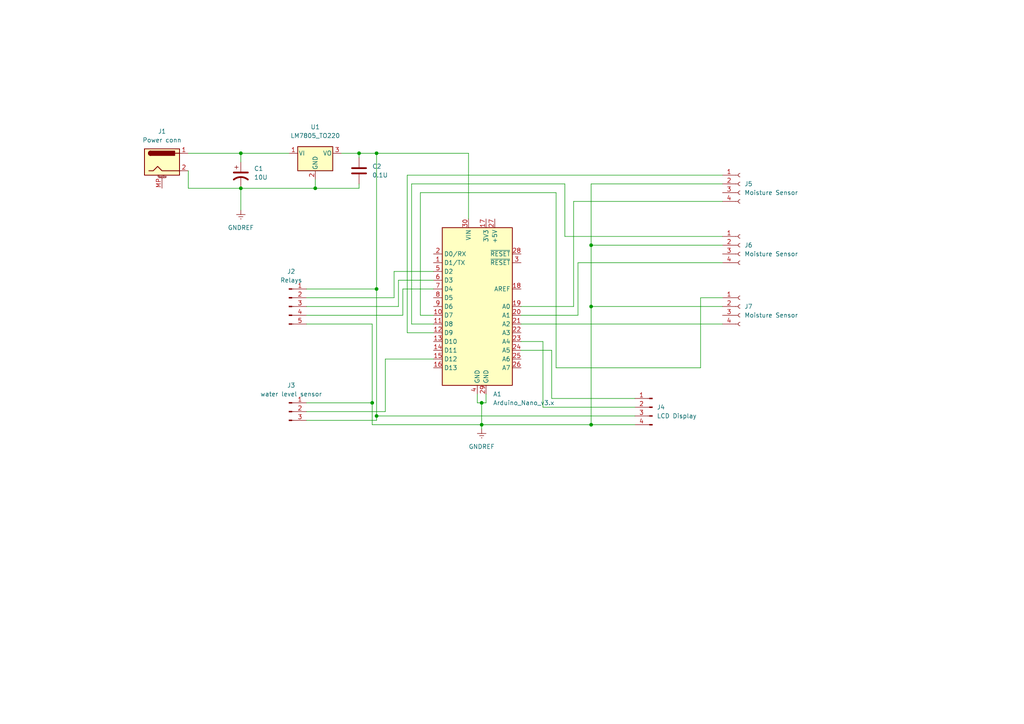
<source format=kicad_sch>
(kicad_sch (version 20211123) (generator eeschema)
  (paper "A4")
  (lib_symbols
    (symbol "Connector:Barrel_Jack_MountingPin" (pin_names hide)
      (property "Reference" "J" (at 0 5.334 0))
      (property "Value" "Barrel_Jack_MountingPin" (at 1.27 -6.35 0))
      (symbol "Barrel_Jack_MountingPin_0_1"
        (rectangle (start -5.08 3.81) (end 5.08 -3.81) (stroke (width 0.254)) (fill (type background)))
        (arc (start -3.302 3.175) (mid -3.937 2.54) (end -3.302 1.905) (stroke (width 0.254)))
        (arc (start -3.302 3.175) (mid -3.937 2.54) (end -3.302 1.905) (stroke (width 0.254)) (fill (type outline)))
        (polyline (pts (xy 5.08 2.54) (xy 3.81 2.54)) (stroke (width 0.254)))
        (polyline (pts (xy -3.81 -2.54) (xy -2.54 -2.54) (xy -1.27 -1.27) (xy 0 -2.54) (xy 2.54 -2.54) (xy 5.08 -2.54)) (stroke (width 0.254)))
        (rectangle (start 3.683 3.175) (end -3.302 1.905) (stroke (width 0.254)) (fill (type outline)))
      )
      (symbol "Barrel_Jack_MountingPin_1_1"
        (polyline (pts (xy -1.016 -4.572) (xy 1.016 -4.572)) (stroke (width 0.1524)))
        (text "Mounting" (at 0 -4.191 0) (effects (font (size 0.381 0.381))))
        (pin passive line (at 7.62 2.54 180) (length 2.54) (name "~") (number "1"))
        (pin passive line (at 7.62 -2.54 180) (length 2.54) (name "~") (number "2"))
        (pin passive line (at 0 -7.62 90) (length 3.048) (name "MountPin") (number "MP"))
      )
    )
    (symbol "Connector:Conn_01x03_Male" (pin_names (offset 1.016) hide)
      (property "Reference" "J" (at 0 5.08 0))
      (property "Value" "Conn_01x03_Male" (at 0 -5.08 0))
      (symbol "Conn_01x03_Male_1_1"
        (polyline (pts (xy 1.27 -2.54) (xy 0.8636 -2.54)) (stroke (width 0.1524)))
        (polyline (pts (xy 1.27 0) (xy 0.8636 0)) (stroke (width 0.1524)))
        (polyline (pts (xy 1.27 2.54) (xy 0.8636 2.54)) (stroke (width 0.1524)))
        (rectangle (start 0.8636 -2.413) (end 0 -2.667) (stroke (width 0.1524)) (fill (type outline)))
        (rectangle (start 0.8636 0.127) (end 0 -0.127) (stroke (width 0.1524)) (fill (type outline)))
        (rectangle (start 0.8636 2.667) (end 0 2.413) (stroke (width 0.1524)) (fill (type outline)))
        (pin passive line (at 5.08 2.54 180) (length 3.81) (name "Pin_1") (number "1"))
        (pin passive line (at 5.08 0 180) (length 3.81) (name "Pin_2") (number "2"))
        (pin passive line (at 5.08 -2.54 180) (length 3.81) (name "Pin_3") (number "3"))
      )
    )
    (symbol "Connector:Conn_01x04_Female" (pin_names (offset 1.016) hide)
      (property "Reference" "J" (at 0 5.08 0))
      (property "Value" "Conn_01x04_Female" (at 0 -7.62 0))
      (symbol "Conn_01x04_Female_1_1"
        (arc (start 0 -4.572) (mid -0.508 -5.08) (end 0 -5.588) (stroke (width 0.1524)))
        (arc (start 0 -2.032) (mid -0.508 -2.54) (end 0 -3.048) (stroke (width 0.1524)))
        (polyline (pts (xy -1.27 -5.08) (xy -0.508 -5.08)) (stroke (width 0.1524)))
        (polyline (pts (xy -1.27 -2.54) (xy -0.508 -2.54)) (stroke (width 0.1524)))
        (polyline (pts (xy -1.27 0) (xy -0.508 0)) (stroke (width 0.1524)))
        (polyline (pts (xy -1.27 2.54) (xy -0.508 2.54)) (stroke (width 0.1524)))
        (arc (start 0 0.508) (mid -0.508 0) (end 0 -0.508) (stroke (width 0.1524)))
        (arc (start 0 3.048) (mid -0.508 2.54) (end 0 2.032) (stroke (width 0.1524)))
        (pin passive line (at -5.08 2.54 0) (length 3.81) (name "Pin_1") (number "1"))
        (pin passive line (at -5.08 0 0) (length 3.81) (name "Pin_2") (number "2"))
        (pin passive line (at -5.08 -2.54 0) (length 3.81) (name "Pin_3") (number "3"))
        (pin passive line (at -5.08 -5.08 0) (length 3.81) (name "Pin_4") (number "4"))
      )
    )
    (symbol "Connector:Conn_01x04_Male" (pin_names (offset 1.016) hide)
      (property "Reference" "J" (at 0 5.08 0))
      (property "Value" "Conn_01x04_Male" (at 0 -7.62 0))
      (symbol "Conn_01x04_Male_1_1"
        (polyline (pts (xy 1.27 -5.08) (xy 0.8636 -5.08)) (stroke (width 0.1524)))
        (polyline (pts (xy 1.27 -2.54) (xy 0.8636 -2.54)) (stroke (width 0.1524)))
        (polyline (pts (xy 1.27 0) (xy 0.8636 0)) (stroke (width 0.1524)))
        (polyline (pts (xy 1.27 2.54) (xy 0.8636 2.54)) (stroke (width 0.1524)))
        (rectangle (start 0.8636 -4.953) (end 0 -5.207) (stroke (width 0.1524)) (fill (type outline)))
        (rectangle (start 0.8636 -2.413) (end 0 -2.667) (stroke (width 0.1524)) (fill (type outline)))
        (rectangle (start 0.8636 0.127) (end 0 -0.127) (stroke (width 0.1524)) (fill (type outline)))
        (rectangle (start 0.8636 2.667) (end 0 2.413) (stroke (width 0.1524)) (fill (type outline)))
        (pin passive line (at 5.08 2.54 180) (length 3.81) (name "Pin_1") (number "1"))
        (pin passive line (at 5.08 0 180) (length 3.81) (name "Pin_2") (number "2"))
        (pin passive line (at 5.08 -2.54 180) (length 3.81) (name "Pin_3") (number "3"))
        (pin passive line (at 5.08 -5.08 180) (length 3.81) (name "Pin_4") (number "4"))
      )
    )
    (symbol "Connector:Conn_01x05_Male" (pin_names (offset 1.016) hide)
      (property "Reference" "J" (at 0 7.62 0))
      (property "Value" "Conn_01x05_Male" (at 0 -7.62 0))
      (symbol "Conn_01x05_Male_1_1"
        (polyline (pts (xy 1.27 -5.08) (xy 0.8636 -5.08)) (stroke (width 0.1524)))
        (polyline (pts (xy 1.27 -2.54) (xy 0.8636 -2.54)) (stroke (width 0.1524)))
        (polyline (pts (xy 1.27 0) (xy 0.8636 0)) (stroke (width 0.1524)))
        (polyline (pts (xy 1.27 2.54) (xy 0.8636 2.54)) (stroke (width 0.1524)))
        (polyline (pts (xy 1.27 5.08) (xy 0.8636 5.08)) (stroke (width 0.1524)))
        (rectangle (start 0.8636 -4.953) (end 0 -5.207) (stroke (width 0.1524)) (fill (type outline)))
        (rectangle (start 0.8636 -2.413) (end 0 -2.667) (stroke (width 0.1524)) (fill (type outline)))
        (rectangle (start 0.8636 0.127) (end 0 -0.127) (stroke (width 0.1524)) (fill (type outline)))
        (rectangle (start 0.8636 2.667) (end 0 2.413) (stroke (width 0.1524)) (fill (type outline)))
        (rectangle (start 0.8636 5.207) (end 0 4.953) (stroke (width 0.1524)) (fill (type outline)))
        (pin passive line (at 5.08 5.08 180) (length 3.81) (name "Pin_1") (number "1"))
        (pin passive line (at 5.08 2.54 180) (length 3.81) (name "Pin_2") (number "2"))
        (pin passive line (at 5.08 0 180) (length 3.81) (name "Pin_3") (number "3"))
        (pin passive line (at 5.08 -2.54 180) (length 3.81) (name "Pin_4") (number "4"))
        (pin passive line (at 5.08 -5.08 180) (length 3.81) (name "Pin_5") (number "5"))
      )
    )
    (symbol "Device:C" (pin_numbers hide) (pin_names (offset 0.254))
      (property "Reference" "C" (at 0.635 2.54 0))
      (property "Value" "C" (at 0.635 -2.54 0))
      (symbol "C_0_1"
        (polyline (pts (xy -2.032 -0.762) (xy 2.032 -0.762)) (stroke (width 0.508)))
        (polyline (pts (xy -2.032 0.762) (xy 2.032 0.762)) (stroke (width 0.508)))
      )
      (symbol "C_1_1"
        (pin passive line (at 0 3.81 270) (length 2.794) (name "~") (number "1"))
        (pin passive line (at 0 -3.81 90) (length 2.794) (name "~") (number "2"))
      )
    )
    (symbol "Device:C_Polarized_US" (pin_numbers hide) (pin_names (offset 0.254) hide)
      (property "Reference" "C" (at 0.635 2.54 0))
      (property "Value" "C_Polarized_US" (at 0.635 -2.54 0))
      (symbol "C_Polarized_US_0_1"
        (polyline (pts (xy -2.032 0.762) (xy 2.032 0.762)) (stroke (width 0.508)))
        (polyline (pts (xy -1.778 2.286) (xy -0.762 2.286)))
        (polyline (pts (xy -1.27 1.778) (xy -1.27 2.794)))
        (arc (start 2.032 -1.27) (mid 0 -0.5572) (end -2.032 -1.27) (stroke (width 0.508)))
      )
      (symbol "C_Polarized_US_1_1"
        (pin passive line (at 0 3.81 270) (length 2.794) (name "~") (number "1"))
        (pin passive line (at 0 -3.81 90) (length 3.302) (name "~") (number "2"))
      )
    )
    (symbol "MCU_Module:Arduino_Nano_v3.x"
      (property "Reference" "A" (at -10.16 23.495 0))
      (property "Value" "Arduino_Nano_v3.x" (at 5.08 -24.13 0))
      (symbol "Arduino_Nano_v3.x_0_1"
        (rectangle (start -10.16 22.86) (end 10.16 -22.86) (stroke (width 0.254)) (fill (type background)))
      )
      (symbol "Arduino_Nano_v3.x_1_1"
        (pin bidirectional line (at -12.7 12.7 0) (length 2.54) (name "D1/TX") (number "1"))
        (pin bidirectional line (at -12.7 -2.54 0) (length 2.54) (name "D7") (number "10"))
        (pin bidirectional line (at -12.7 -5.08 0) (length 2.54) (name "D8") (number "11"))
        (pin bidirectional line (at -12.7 -7.62 0) (length 2.54) (name "D9") (number "12"))
        (pin bidirectional line (at -12.7 -10.16 0) (length 2.54) (name "D10") (number "13"))
        (pin bidirectional line (at -12.7 -12.7 0) (length 2.54) (name "D11") (number "14"))
        (pin bidirectional line (at -12.7 -15.24 0) (length 2.54) (name "D12") (number "15"))
        (pin bidirectional line (at -12.7 -17.78 0) (length 2.54) (name "D13") (number "16"))
        (pin power_out line (at 2.54 25.4 270) (length 2.54) (name "3V3") (number "17"))
        (pin input line (at 12.7 5.08 180) (length 2.54) (name "AREF") (number "18"))
        (pin bidirectional line (at 12.7 0 180) (length 2.54) (name "A0") (number "19"))
        (pin bidirectional line (at -12.7 15.24 0) (length 2.54) (name "D0/RX") (number "2"))
        (pin bidirectional line (at 12.7 -2.54 180) (length 2.54) (name "A1") (number "20"))
        (pin bidirectional line (at 12.7 -5.08 180) (length 2.54) (name "A2") (number "21"))
        (pin bidirectional line (at 12.7 -7.62 180) (length 2.54) (name "A3") (number "22"))
        (pin bidirectional line (at 12.7 -10.16 180) (length 2.54) (name "A4") (number "23"))
        (pin bidirectional line (at 12.7 -12.7 180) (length 2.54) (name "A5") (number "24"))
        (pin bidirectional line (at 12.7 -15.24 180) (length 2.54) (name "A6") (number "25"))
        (pin bidirectional line (at 12.7 -17.78 180) (length 2.54) (name "A7") (number "26"))
        (pin power_out line (at 5.08 25.4 270) (length 2.54) (name "+5V") (number "27"))
        (pin input line (at 12.7 15.24 180) (length 2.54) (name "~{RESET}") (number "28"))
        (pin power_in line (at 2.54 -25.4 90) (length 2.54) (name "GND") (number "29"))
        (pin input line (at 12.7 12.7 180) (length 2.54) (name "~{RESET}") (number "3"))
        (pin power_in line (at -2.54 25.4 270) (length 2.54) (name "VIN") (number "30"))
        (pin power_in line (at 0 -25.4 90) (length 2.54) (name "GND") (number "4"))
        (pin bidirectional line (at -12.7 10.16 0) (length 2.54) (name "D2") (number "5"))
        (pin bidirectional line (at -12.7 7.62 0) (length 2.54) (name "D3") (number "6"))
        (pin bidirectional line (at -12.7 5.08 0) (length 2.54) (name "D4") (number "7"))
        (pin bidirectional line (at -12.7 2.54 0) (length 2.54) (name "D5") (number "8"))
        (pin bidirectional line (at -12.7 0 0) (length 2.54) (name "D6") (number "9"))
      )
    )
    (symbol "Regulator_Linear:LM7805_TO220" (pin_names (offset 0.254))
      (property "Reference" "U" (at -3.81 3.175 0))
      (property "Value" "LM7805_TO220" (at 0 3.175 0))
      (symbol "LM7805_TO220_0_1"
        (rectangle (start -5.08 1.905) (end 5.08 -5.08) (stroke (width 0.254)) (fill (type background)))
      )
      (symbol "LM7805_TO220_1_1"
        (pin power_in line (at -7.62 0 0) (length 2.54) (name "VI") (number "1"))
        (pin power_in line (at 0 -7.62 90) (length 2.54) (name "GND") (number "2"))
        (pin power_out line (at 7.62 0 180) (length 2.54) (name "VO") (number "3"))
      )
    )
    (symbol "power:GNDREF" (power) (pin_names (offset 0))
      (property "Value" "GNDREF" (at 0 -3.81 0))
      (symbol "GNDREF_0_1"
        (polyline (pts (xy -0.635 -1.905) (xy 0.635 -1.905)))
        (polyline (pts (xy -0.127 -2.54) (xy 0.127 -2.54)))
        (polyline (pts (xy 0 -1.27) (xy 0 0)))
        (polyline (pts (xy 1.27 -1.27) (xy -1.27 -1.27)))
      )
      (symbol "GNDREF_1_1"
        (pin power_in line (at 0 0 270) (length 0) hide (name "GNDREF") (number "1"))
      )
    )
  )
  (junction (at 109.22 120.65))
  (junction (at 139.7 123.19))
  (junction (at 91.44 54.61))
  (junction (at 104.14 44.45))
  (junction (at 109.22 44.45))
  (junction (at 171.45 71.12))
  (junction (at 171.45 88.9))
  (junction (at 171.45 123.19))
  (junction (at 69.85 44.45))
  (junction (at 107.95 116.84))
  (junction (at 69.85 54.61))
  (junction (at 139.7 116.84))
  (junction (at 109.22 83.82))
  (wire (pts (xy 119.38 93.98) (xy 119.38 53.34)))
  (wire (pts (xy 54.61 49.53) (xy 54.61 54.61)))
  (wire (pts (xy 111.76 119.38) (xy 88.9 119.38)))
  (wire (pts (xy 209.55 76.2) (xy 167.64 76.2)))
  (wire (pts (xy 107.95 116.84) (xy 107.95 123.19)))
  (wire (pts (xy 135.89 44.45) (xy 135.89 63.5)))
  (wire (pts (xy 118.11 50.8) (xy 209.55 50.8)))
  (wire (pts (xy 121.92 55.88) (xy 161.29 55.88)))
  (wire (pts (xy 107.95 123.19) (xy 139.7 123.19)))
  (wire (pts (xy 171.45 53.34) (xy 171.45 71.12)))
  (wire (pts (xy 151.13 99.06) (xy 157.48 99.06)))
  (wire (pts (xy 125.73 81.28) (xy 115.57 81.28)))
  (wire (pts (xy 139.7 116.84) (xy 140.97 116.84)))
  (wire (pts (xy 88.9 93.98) (xy 107.95 93.98)))
  (wire (pts (xy 140.97 116.84) (xy 140.97 114.3)))
  (wire (pts (xy 107.95 93.98) (xy 107.95 116.84)))
  (wire (pts (xy 151.13 88.9) (xy 166.37 88.9)))
  (wire (pts (xy 119.38 53.34) (xy 163.83 53.34)))
  (wire (pts (xy 203.2 86.36) (xy 209.55 86.36)))
  (wire (pts (xy 171.45 71.12) (xy 171.45 88.9)))
  (wire (pts (xy 171.45 88.9) (xy 171.45 123.19)))
  (wire (pts (xy 88.9 83.82) (xy 109.22 83.82)))
  (wire (pts (xy 209.55 53.34) (xy 171.45 53.34)))
  (wire (pts (xy 125.73 83.82) (xy 116.84 83.82)))
  (wire (pts (xy 167.64 91.44) (xy 151.13 91.44)))
  (wire (pts (xy 69.85 54.61) (xy 69.85 60.96)))
  (wire (pts (xy 109.22 44.45) (xy 135.89 44.45)))
  (wire (pts (xy 88.9 116.84) (xy 107.95 116.84)))
  (wire (pts (xy 54.61 54.61) (xy 69.85 54.61)))
  (wire (pts (xy 116.84 83.82) (xy 116.84 91.44)))
  (wire (pts (xy 203.2 106.68) (xy 203.2 86.36)))
  (wire (pts (xy 114.3 86.36) (xy 88.9 86.36)))
  (wire (pts (xy 139.7 116.84) (xy 139.7 123.19)))
  (wire (pts (xy 171.45 123.19) (xy 184.15 123.19)))
  (wire (pts (xy 161.29 106.68) (xy 203.2 106.68)))
  (wire (pts (xy 151.13 93.98) (xy 209.55 93.98)))
  (wire (pts (xy 104.14 54.61) (xy 91.44 54.61)))
  (wire (pts (xy 91.44 54.61) (xy 69.85 54.61)))
  (wire (pts (xy 69.85 44.45) (xy 69.85 46.99)))
  (wire (pts (xy 115.57 88.9) (xy 88.9 88.9)))
  (wire (pts (xy 88.9 121.92) (xy 109.22 121.92)))
  (wire (pts (xy 139.7 123.19) (xy 139.7 124.46)))
  (wire (pts (xy 91.44 52.07) (xy 91.44 54.61)))
  (wire (pts (xy 54.61 44.45) (xy 69.85 44.45)))
  (wire (pts (xy 104.14 44.45) (xy 109.22 44.45)))
  (wire (pts (xy 166.37 58.42) (xy 209.55 58.42)))
  (wire (pts (xy 115.57 81.28) (xy 115.57 88.9)))
  (wire (pts (xy 104.14 44.45) (xy 104.14 45.72)))
  (wire (pts (xy 138.43 114.3) (xy 138.43 116.84)))
  (wire (pts (xy 69.85 44.45) (xy 83.82 44.45)))
  (wire (pts (xy 116.84 91.44) (xy 88.9 91.44)))
  (wire (pts (xy 109.22 83.82) (xy 109.22 44.45)))
  (wire (pts (xy 118.11 96.52) (xy 118.11 50.8)))
  (wire (pts (xy 109.22 120.65) (xy 109.22 83.82)))
  (wire (pts (xy 171.45 123.19) (xy 139.7 123.19)))
  (wire (pts (xy 114.3 78.74) (xy 114.3 86.36)))
  (wire (pts (xy 125.73 93.98) (xy 119.38 93.98)))
  (wire (pts (xy 157.48 99.06) (xy 157.48 118.11)))
  (wire (pts (xy 161.29 55.88) (xy 161.29 106.68)))
  (wire (pts (xy 184.15 115.57) (xy 160.02 115.57)))
  (wire (pts (xy 163.83 53.34) (xy 163.83 68.58)))
  (wire (pts (xy 104.14 53.34) (xy 104.14 54.61)))
  (wire (pts (xy 167.64 76.2) (xy 167.64 91.44)))
  (wire (pts (xy 160.02 101.6) (xy 160.02 115.57)))
  (wire (pts (xy 209.55 71.12) (xy 171.45 71.12)))
  (wire (pts (xy 125.73 91.44) (xy 121.92 91.44)))
  (wire (pts (xy 209.55 88.9) (xy 171.45 88.9)))
  (wire (pts (xy 111.76 104.14) (xy 111.76 119.38)))
  (wire (pts (xy 157.48 118.11) (xy 184.15 118.11)))
  (wire (pts (xy 166.37 88.9) (xy 166.37 58.42)))
  (wire (pts (xy 109.22 120.65) (xy 184.15 120.65)))
  (wire (pts (xy 125.73 78.74) (xy 114.3 78.74)))
  (wire (pts (xy 163.83 68.58) (xy 209.55 68.58)))
  (wire (pts (xy 121.92 91.44) (xy 121.92 55.88)))
  (wire (pts (xy 125.73 96.52) (xy 118.11 96.52)))
  (wire (pts (xy 99.06 44.45) (xy 104.14 44.45)))
  (wire (pts (xy 138.43 116.84) (xy 139.7 116.84)))
  (wire (pts (xy 151.13 101.6) (xy 160.02 101.6)))
  (wire (pts (xy 125.73 104.14) (xy 111.76 104.14)))
  (wire (pts (xy 109.22 121.92) (xy 109.22 120.65)))
  (symbol (lib_id "MCU_Module:Arduino_Nano_v3.x") (at 138.43 88.9 0) (unit 1)
    (property "Reference" "A1" (at 142.9894 114.3 0) (effects (justify left)))
    (property "Value" "Arduino_Nano_v3.x" (at 142.9894 116.84 0) (effects (justify left)))
    (property "Footprint" "Module:Arduino_Nano" (effects hide))
    (property "Datasheet" "http://www.mouser.com/pdfdocs/Gravitech_Arduino_Nano3_0.pdf" (effects hide))
  )
  (symbol (lib_id "Device:C_Polarized_US") (at 69.85 50.8 0) (unit 1)
    (property "Reference" "C1" (at 73.66 48.8949 0) (effects (justify left)))
    (property "Value" "10U" (at 73.66 51.4349 0) (effects (justify left)))
    (property "Footprint" "Capacitor_SMD:CP_Elec_3x5.3" (effects hide))
  )
  (symbol (lib_id "Connector:Conn_01x04_Female") (at 214.63 71.12 0) (unit 1)
    (property "Reference" "J6" (at 215.9 71.1199 0) (effects (justify left)))
    (property "Value" "Moisture Sensor" (at 215.9 73.6599 0) (effects (justify left)))
    (property "Footprint" "Connector_PinHeader_1.27mm:PinHeader_1x04_P1.27mm_Vertical" (effects hide))
  )
  (symbol (lib_id "Device:C") (at 104.14 49.53 0) (unit 1)
    (property "Reference" "C2" (at 107.95 48.2599 0) (effects (justify left)))
    (property "Value" "0.1U" (at 107.95 50.7999 0) (effects (justify left)))
    (property "Footprint" "Capacitor_THT:C_Rect_L4.0mm_W2.5mm_P2.50mm" (effects hide))
  )
  (symbol (lib_id "Connector:Conn_01x05_Male") (at 83.82 88.9 0) (unit 1)
    (property "Reference" "J2" (at 84.455 78.74 0))
    (property "Value" "Relays" (at 84.455 81.28 0))
    (property "Footprint" "Connector_PinSocket_1.27mm:PinSocket_1x05_P1.27mm_Vertical" (effects hide))
  )
  (symbol (lib_id "Connector:Conn_01x04_Male") (at 189.23 118.11 0) (mirror y) (unit 1)
    (property "Reference" "J4" (at 190.5 118.1099 0) (effects (justify right)))
    (property "Value" "LCD Display" (at 190.5 120.6499 0) (effects (justify right)))
    (property "Footprint" "Connector_PinHeader_1.27mm:PinHeader_1x04_P1.27mm_Vertical" (effects hide))
  )
  (symbol (lib_id "Connector:Conn_01x04_Female") (at 214.63 88.9 0) (unit 1)
    (property "Reference" "J7" (at 215.9 88.8999 0) (effects (justify left)))
    (property "Value" "Moisture Sensor" (at 215.9 91.4399 0) (effects (justify left)))
    (property "Footprint" "Connector_PinHeader_1.27mm:PinHeader_1x04_P1.27mm_Vertical" (effects hide))
  )
  (symbol (lib_id "power:GNDREF") (at 139.7 124.46 0) (unit 1)
    (property "Reference" "#PWR02" (effects hide))
    (property "Value" "GNDREF" (at 139.7 129.54 0))
  )
  (symbol (lib_id "Regulator_Linear:LM7805_TO220") (at 91.44 44.45 0) (unit 1)
    (property "Reference" "U1" (at 91.44 36.83 0))
    (property "Value" "LM7805_TO220" (at 91.44 39.37 0))
    (property "Footprint" "Package_TO_SOT_THT:TO-220-3_Vertical" (effects hide))
    (property "Datasheet" "https://www.onsemi.cn/PowerSolutions/document/MC7800-D.PDF" (effects hide))
  )
  (symbol (lib_id "Connector:Conn_01x03_Male") (at 83.82 119.38 0) (unit 1)
    (property "Reference" "J3" (at 84.455 111.76 0))
    (property "Value" "water level sensor" (at 84.455 114.3 0))
    (property "Footprint" "Connector_PinHeader_1.27mm:PinHeader_1x03_P1.27mm_Vertical" (effects hide))
  )
  (symbol (lib_id "Connector:Conn_01x04_Female") (at 214.63 53.34 0) (unit 1)
    (property "Reference" "J5" (at 215.9 53.3399 0) (effects (justify left)))
    (property "Value" "Moisture Sensor" (at 215.9 55.8799 0) (effects (justify left)))
    (property "Footprint" "Connector_PinHeader_1.27mm:PinHeader_1x04_P1.27mm_Vertical" (effects hide))
  )
  (symbol (lib_id "Connector:Barrel_Jack_MountingPin") (at 46.99 46.99 0) (unit 1)
    (property "Reference" "J1" (at 46.99 38.1 0))
    (property "Value" "Power conn" (at 46.99 40.64 0))
    (property "Footprint" "Connector_BarrelJack:BarrelJack_Horizontal" (effects hide))
  )
  (symbol (lib_id "power:GNDREF") (at 69.85 60.96 0) (unit 1)
    (property "Reference" "#PWR01" (effects hide))
    (property "Value" "GNDREF" (at 69.85 66.04 0))
  )
)
</source>
